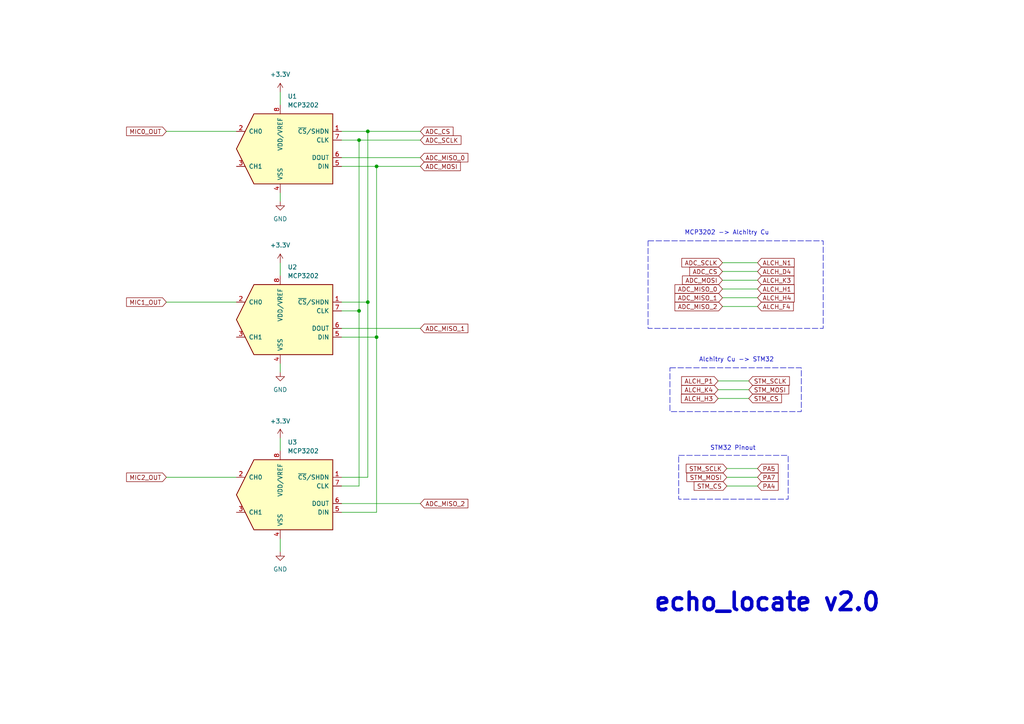
<source format=kicad_sch>
(kicad_sch (version 20250114) (generator "eeschema") (generator_version "9.0")
  (paper "A4")
  (lib_symbols
    (symbol "Analog_ADC:MCP3202" (pin_names (offset 1.016))
      (property "Reference" "U" (at -6.35 11.43 0))
      (property "Value" "MCP3202" (at 11.43 11.43 0))
      (symbol "MCP3202_0_1"
        (polyline (pts (xy 15.24 10.16) (xy -7.62 10.16) (xy -12.7 0) (xy -7.62 -10.16) (xy 15.24 -10.16) (xy 15.24 10.16)) (stroke (width 0.254)) (fill (type background)))
      )
      (symbol "MCP3202_1_1"
        (pin passive line (at -12.7 5.08 0) (length 2.54) (name "CH0") (number "2"))
        (pin passive line (at -12.7 -5.08 0) (length 2.54) (name "CH1") (number "3"))
        (pin power_in line (at 0 12.7 270) (length 2.54) (name "VDD/VREF") (number "8"))
        (pin power_in line (at 0 -12.7 90) (length 2.54) (name "VSS") (number "4"))
        (pin input line (at 17.78 5.08 180) (length 2.54) (name "~{CS}/SHDN") (number "1"))
        (pin input line (at 17.78 2.54 180) (length 2.54) (name "CLK") (number "7"))
        (pin output line (at 17.78 -2.54 180) (length 2.54) (name "DOUT") (number "6"))
        (pin input line (at 17.78 -5.08 180) (length 2.54) (name "DIN") (number "5"))
      )
    )
    (symbol "power:+3.3V" (power) (pin_numbers (hide yes)) (pin_names (offset 0) (hide yes))
      (property "Value" "+3.3V" (at 0 3.556 0))
      (symbol "+3.3V_0_1"
        (polyline (pts (xy -0.762 1.27) (xy 0 2.54)))
        (polyline (pts (xy 0 2.54) (xy 0.762 1.27)))
        (polyline (pts (xy 0 0) (xy 0 2.54)))
      )
      (symbol "+3.3V_1_1"
        (pin power_in line (at 0 0 90) (length 0) (name "~") (number "1"))
      )
    )
    (symbol "power:GND" (power) (pin_numbers (hide yes)) (pin_names (offset 0) (hide yes))
      (property "Value" "GND" (at 0 -3.81 0))
      (symbol "GND_0_1"
        (polyline (pts (xy 0 0) (xy 0 -1.27) (xy 1.27 -1.27) (xy 0 -2.54) (xy -1.27 -1.27) (xy 0 -1.27)))
      )
      (symbol "GND_1_1"
        (pin power_in line (at 0 0 270) (length 0) (name "~") (number "1"))
      )
    )
  )
  (rectangle (start 194.31 106.68) (end 232.41 119.38) (stroke (width 0) (type dash)))
  (rectangle (start 187.96 69.85) (end 238.76 95.25) (stroke (width 0) (type dash)))
  (rectangle (start 196.85 132.08) (end 228.6 144.78) (stroke (width 0) (type dash)))
  (text "echo_locate v2.0" (at 222.504 174.752 0) (effects (font (size 5.08 5.08) (thickness 1.016) (bold yes))))
  (text "Alchitry Cu -> STM32" (at 213.614 104.394 0) (effects (font (size 1.27 1.27))))
  (text "STM32 Pinout\n" (at 212.598 130.048 0) (effects (font (size 1.27 1.27))))
  (text "MCP3202 -> Alchitry Cu" (at 210.82 67.564 0) (effects (font (size 1.27 1.27))))
  (junction (at 106.68 87.63))
  (junction (at 109.22 48.26))
  (junction (at 104.14 40.64))
  (junction (at 104.14 90.17))
  (junction (at 109.22 97.79))
  (junction (at 106.68 38.1))
  (wire (pts (xy 81.28 156.21) (xy 81.28 160.02)))
  (wire (pts (xy 81.28 76.2) (xy 81.28 80.01)))
  (wire (pts (xy 48.26 38.1) (xy 68.58 38.1)))
  (wire (pts (xy 109.22 48.26) (xy 121.92 48.26)))
  (wire (pts (xy 109.22 148.59) (xy 109.22 97.79)))
  (wire (pts (xy 99.06 90.17) (xy 104.14 90.17)))
  (wire (pts (xy 209.55 81.28) (xy 219.71 81.28)))
  (wire (pts (xy 81.28 127) (xy 81.28 130.81)))
  (wire (pts (xy 208.28 115.57) (xy 217.17 115.57)))
  (wire (pts (xy 104.14 40.64) (xy 121.92 40.64)))
  (wire (pts (xy 209.55 78.74) (xy 219.71 78.74)))
  (wire (pts (xy 209.55 76.2) (xy 219.71 76.2)))
  (wire (pts (xy 106.68 38.1) (xy 121.92 38.1)))
  (wire (pts (xy 99.06 97.79) (xy 109.22 97.79)))
  (wire (pts (xy 99.06 87.63) (xy 106.68 87.63)))
  (wire (pts (xy 209.55 86.36) (xy 219.71 86.36)))
  (wire (pts (xy 48.26 138.43) (xy 68.58 138.43)))
  (wire (pts (xy 104.14 140.97) (xy 99.06 140.97)))
  (wire (pts (xy 99.06 38.1) (xy 106.68 38.1)))
  (wire (pts (xy 210.82 140.97) (xy 219.71 140.97)))
  (wire (pts (xy 109.22 48.26) (xy 109.22 97.79)))
  (wire (pts (xy 106.68 138.43) (xy 106.68 87.63)))
  (wire (pts (xy 99.06 146.05) (xy 121.92 146.05)))
  (wire (pts (xy 99.06 148.59) (xy 109.22 148.59)))
  (wire (pts (xy 99.06 95.25) (xy 121.92 95.25)))
  (wire (pts (xy 99.06 40.64) (xy 104.14 40.64)))
  (wire (pts (xy 210.82 135.89) (xy 219.71 135.89)))
  (wire (pts (xy 81.28 105.41) (xy 81.28 107.95)))
  (wire (pts (xy 104.14 40.64) (xy 104.14 90.17)))
  (wire (pts (xy 48.26 87.63) (xy 68.58 87.63)))
  (wire (pts (xy 210.82 138.43) (xy 219.71 138.43)))
  (wire (pts (xy 209.55 83.82) (xy 219.71 83.82)))
  (wire (pts (xy 99.06 45.72) (xy 121.92 45.72)))
  (wire (pts (xy 209.55 88.9) (xy 219.71 88.9)))
  (wire (pts (xy 208.28 110.49) (xy 217.17 110.49)))
  (wire (pts (xy 81.28 26.67) (xy 81.28 30.48)))
  (wire (pts (xy 104.14 90.17) (xy 104.14 140.97)))
  (wire (pts (xy 81.28 55.88) (xy 81.28 58.42)))
  (wire (pts (xy 99.06 138.43) (xy 106.68 138.43)))
  (wire (pts (xy 99.06 48.26) (xy 109.22 48.26)))
  (wire (pts (xy 208.28 113.03) (xy 217.17 113.03)))
  (wire (pts (xy 106.68 87.63) (xy 106.68 38.1)))
  (global_label "ADC_SCLK" (shape input) (at 121.92 40.64 0) (property "Intersheetrefs" "${INTERSHEET_REFS}" (effects (hide yes))))
  (global_label "STM_CS" (shape input) (at 210.82 140.97 180) (property "Intersheetrefs" "${INTERSHEET_REFS}" (effects (hide yes))))
  (global_label "ALCH_K3" (shape input) (at 219.71 81.28 0) (property "Intersheetrefs" "${INTERSHEET_REFS}" (effects (hide yes))))
  (global_label "ADC_CS" (shape input) (at 209.55 78.74 180) (property "Intersheetrefs" "${INTERSHEET_REFS}" (effects (hide yes))))
  (global_label "ADC_MISO_2" (shape input) (at 209.55 88.9 180) (property "Intersheetrefs" "${INTERSHEET_REFS}" (effects (hide yes))))
  (global_label "ALCH_P1" (shape input) (at 208.28 110.49 180) (property "Intersheetrefs" "${INTERSHEET_REFS}" (effects (hide yes))))
  (global_label "ADC_MISO_2" (shape input) (at 121.92 146.05 0) (property "Intersheetrefs" "${INTERSHEET_REFS}" (effects (hide yes))))
  (global_label "PA4" (shape input) (at 219.71 140.97 0) (property "Intersheetrefs" "${INTERSHEET_REFS}" (effects (hide yes))))
  (global_label "ALCH_H4" (shape input) (at 219.71 86.36 0) (property "Intersheetrefs" "${INTERSHEET_REFS}" (effects (hide yes))))
  (global_label "MIC1_OUT" (shape input) (at 48.26 87.63 180) (property "Intersheetrefs" "${INTERSHEET_REFS}" (effects (hide yes))))
  (global_label "STM_SCLK" (shape input) (at 217.17 110.49 0) (property "Intersheetrefs" "${INTERSHEET_REFS}" (effects (hide yes))))
  (global_label "ALCH_K4" (shape input) (at 208.28 113.03 180) (property "Intersheetrefs" "${INTERSHEET_REFS}" (effects (hide yes))))
  (global_label "ALCH_F4" (shape input) (at 219.71 88.9 0) (property "Intersheetrefs" "${INTERSHEET_REFS}" (effects (hide yes))))
  (global_label "PA7" (shape input) (at 219.71 138.43 0) (property "Intersheetrefs" "${INTERSHEET_REFS}" (effects (hide yes))))
  (global_label "MIC0_OUT" (shape input) (at 48.26 38.1 180) (property "Intersheetrefs" "${INTERSHEET_REFS}" (effects (hide yes))))
  (global_label "ADC_SCLK" (shape input) (at 209.55 76.2 180) (property "Intersheetrefs" "${INTERSHEET_REFS}" (effects (hide yes))))
  (global_label "ALCH_H1" (shape input) (at 219.71 83.82 0) (property "Intersheetrefs" "${INTERSHEET_REFS}" (effects (hide yes))))
  (global_label "ADC_MOSI" (shape input) (at 209.55 81.28 180) (property "Intersheetrefs" "${INTERSHEET_REFS}" (effects (hide yes))))
  (global_label "ADC_MISO_1" (shape input) (at 209.55 86.36 180) (property "Intersheetrefs" "${INTERSHEET_REFS}" (effects (hide yes))))
  (global_label "ALCH_H3" (shape input) (at 208.28 115.57 180) (property "Intersheetrefs" "${INTERSHEET_REFS}" (effects (hide yes))))
  (global_label "ADC_MOSI" (shape input) (at 121.92 48.26 0) (property "Intersheetrefs" "${INTERSHEET_REFS}" (effects (hide yes))))
  (global_label "ALCH_N1" (shape input) (at 219.71 76.2 0) (property "Intersheetrefs" "${INTERSHEET_REFS}" (effects (hide yes))))
  (global_label "STM_MOSI" (shape input) (at 210.82 138.43 180) (property "Intersheetrefs" "${INTERSHEET_REFS}" (effects (hide yes))))
  (global_label "STM_SCLK" (shape input) (at 210.82 135.89 180) (property "Intersheetrefs" "${INTERSHEET_REFS}" (effects (hide yes))))
  (global_label "STM_CS" (shape input) (at 217.17 115.57 0) (property "Intersheetrefs" "${INTERSHEET_REFS}" (effects (hide yes))))
  (global_label "ALCH_D4" (shape input) (at 219.71 78.74 0) (property "Intersheetrefs" "${INTERSHEET_REFS}" (effects (hide yes))))
  (global_label "PA5" (shape input) (at 219.71 135.89 0) (property "Intersheetrefs" "${INTERSHEET_REFS}" (effects (hide yes))))
  (global_label "STM_MOSI" (shape input) (at 217.17 113.03 0) (property "Intersheetrefs" "${INTERSHEET_REFS}" (effects (hide yes))))
  (global_label "MIC2_OUT" (shape input) (at 48.26 138.43 180) (property "Intersheetrefs" "${INTERSHEET_REFS}" (effects (hide yes))))
  (global_label "ADC_MISO_1" (shape input) (at 121.92 95.25 0) (property "Intersheetrefs" "${INTERSHEET_REFS}" (effects (hide yes))))
  (global_label "ADC_MISO_0" (shape input) (at 121.92 45.72 0) (property "Intersheetrefs" "${INTERSHEET_REFS}" (effects (hide yes))))
  (global_label "ADC_MISO_0" (shape input) (at 209.55 83.82 180) (property "Intersheetrefs" "${INTERSHEET_REFS}" (effects (hide yes))))
  (global_label "ADC_CS" (shape input) (at 121.92 38.1 0) (property "Intersheetrefs" "${INTERSHEET_REFS}" (effects (hide yes))))
  (symbol (lib_id "power:GND") (at 81.28 160.02 0) (unit 1)
    (property "Reference" "#PWR06" (effects (hide yes)))
    (property "Value" "GND" (at 81.28 165.1 0))
    (property "Description" "Power symbol creates a global label with name \"GND\" , ground" (effects (hide yes)))
  )
  (symbol (lib_id "power:GND") (at 81.28 107.95 0) (unit 1)
    (property "Reference" "#PWR05" (effects (hide yes)))
    (property "Value" "GND" (at 81.28 113.03 0))
    (property "Description" "Power symbol creates a global label with name \"GND\" , ground" (effects (hide yes)))
  )
  (symbol (lib_id "power:GND") (at 81.28 58.42 0) (unit 1)
    (property "Reference" "#PWR04" (effects (hide yes)))
    (property "Value" "GND" (at 81.28 63.5 0))
    (property "Description" "Power symbol creates a global label with name \"GND\" , ground" (effects (hide yes)))
  )
  (symbol (lib_id "Analog_ADC:MCP3202") (at 81.28 43.18 0) (unit 1)
    (property "Reference" "U1" (at 83.4233 27.94 0) (effects (justify left)))
    (property "Value" "MCP3202" (at 83.4233 30.48 0) (effects (justify left)))
    (property "Datasheet" "http://ww1.microchip.com/downloads/en/DeviceDoc/21034D.pdf" (effects (hide yes)))
    (property "Description" "A/D Converter, 12-Bit, 2-Channel, SPI Interface, 2.7V-5.5V" (effects (hide yes)))
  )
  (symbol (lib_id "power:+3.3V") (at 81.28 76.2 0) (unit 1)
    (property "Reference" "#PWR02" (effects (hide yes)))
    (property "Value" "+3.3V" (at 81.28 71.12 0))
    (property "Description" "Power symbol creates a global label with name \"+3.3V\"" (effects (hide yes)))
  )
  (symbol (lib_id "Analog_ADC:MCP3202") (at 81.28 143.51 0) (unit 1)
    (property "Reference" "U3" (at 83.4233 128.27 0) (effects (justify left)))
    (property "Value" "MCP3202" (at 83.4233 130.81 0) (effects (justify left)))
    (property "Datasheet" "http://ww1.microchip.com/downloads/en/DeviceDoc/21034D.pdf" (effects (hide yes)))
    (property "Description" "A/D Converter, 12-Bit, 2-Channel, SPI Interface, 2.7V-5.5V" (effects (hide yes)))
  )
  (symbol (lib_id "power:+3.3V") (at 81.28 127 0) (unit 1)
    (property "Reference" "#PWR03" (effects (hide yes)))
    (property "Value" "+3.3V" (at 81.28 122.174 0))
    (property "Description" "Power symbol creates a global label with name \"+3.3V\"" (effects (hide yes)))
  )
  (symbol (lib_id "Analog_ADC:MCP3202") (at 81.28 92.71 0) (unit 1)
    (property "Reference" "U2" (at 83.4233 77.47 0) (effects (justify left)))
    (property "Value" "MCP3202" (at 83.4233 80.01 0) (effects (justify left)))
    (property "Datasheet" "http://ww1.microchip.com/downloads/en/DeviceDoc/21034D.pdf" (effects (hide yes)))
    (property "Description" "A/D Converter, 12-Bit, 2-Channel, SPI Interface, 2.7V-5.5V" (effects (hide yes)))
  )
  (symbol (lib_id "power:+3.3V") (at 81.28 26.67 0) (unit 1)
    (property "Reference" "#PWR01" (effects (hide yes)))
    (property "Value" "+3.3V" (at 81.28 21.59 0))
    (property "Description" "Power symbol creates a global label with name \"+3.3V\"" (effects (hide yes)))
  )
)
</source>
